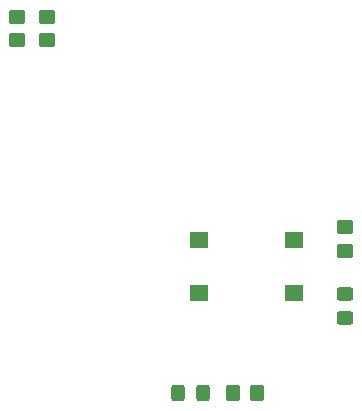
<source format=gbp>
G04 #@! TF.GenerationSoftware,KiCad,Pcbnew,7.0.10*
G04 #@! TF.CreationDate,2024-03-08T11:33:54-05:00*
G04 #@! TF.ProjectId,swipe-stack-glove,73776970-652d-4737-9461-636b2d676c6f,1*
G04 #@! TF.SameCoordinates,Original*
G04 #@! TF.FileFunction,Paste,Bot*
G04 #@! TF.FilePolarity,Positive*
%FSLAX46Y46*%
G04 Gerber Fmt 4.6, Leading zero omitted, Abs format (unit mm)*
G04 Created by KiCad (PCBNEW 7.0.10) date 2024-03-08 11:33:54*
%MOMM*%
%LPD*%
G01*
G04 APERTURE LIST*
G04 Aperture macros list*
%AMRoundRect*
0 Rectangle with rounded corners*
0 $1 Rounding radius*
0 $2 $3 $4 $5 $6 $7 $8 $9 X,Y pos of 4 corners*
0 Add a 4 corners polygon primitive as box body*
4,1,4,$2,$3,$4,$5,$6,$7,$8,$9,$2,$3,0*
0 Add four circle primitives for the rounded corners*
1,1,$1+$1,$2,$3*
1,1,$1+$1,$4,$5*
1,1,$1+$1,$6,$7*
1,1,$1+$1,$8,$9*
0 Add four rect primitives between the rounded corners*
20,1,$1+$1,$2,$3,$4,$5,0*
20,1,$1+$1,$4,$5,$6,$7,0*
20,1,$1+$1,$6,$7,$8,$9,0*
20,1,$1+$1,$8,$9,$2,$3,0*%
G04 Aperture macros list end*
%ADD10RoundRect,0.250000X-0.325000X-0.450000X0.325000X-0.450000X0.325000X0.450000X-0.325000X0.450000X0*%
%ADD11R,1.600000X1.400000*%
%ADD12RoundRect,0.250000X0.450000X-0.350000X0.450000X0.350000X-0.450000X0.350000X-0.450000X-0.350000X0*%
%ADD13RoundRect,0.250000X-0.450000X0.350000X-0.450000X-0.350000X0.450000X-0.350000X0.450000X0.350000X0*%
%ADD14RoundRect,0.250000X0.450000X-0.325000X0.450000X0.325000X-0.450000X0.325000X-0.450000X-0.325000X0*%
%ADD15RoundRect,0.250000X0.350000X0.450000X-0.350000X0.450000X-0.350000X-0.450000X0.350000X-0.450000X0*%
G04 APERTURE END LIST*
D10*
X154650000Y-118500000D03*
X156700000Y-118500000D03*
D11*
X156392500Y-110030000D03*
X164392500Y-110030000D03*
X156392500Y-105530000D03*
X164392500Y-105530000D03*
D12*
X140970000Y-88630000D03*
X140970000Y-86630000D03*
D13*
X168790000Y-104470000D03*
X168790000Y-106470000D03*
D12*
X143510000Y-88630000D03*
X143510000Y-86630000D03*
D14*
X168780000Y-112162500D03*
X168780000Y-110112500D03*
D15*
X161300000Y-118480000D03*
X159300000Y-118480000D03*
M02*

</source>
